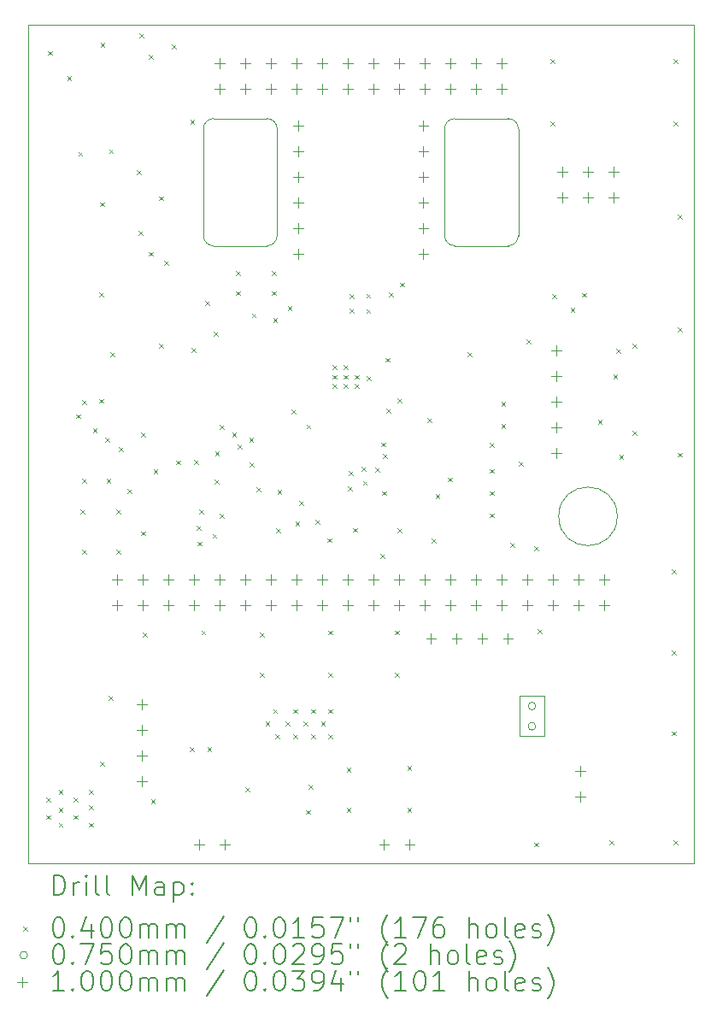
<source format=gbr>
%FSLAX45Y45*%
G04 Gerber Fmt 4.5, Leading zero omitted, Abs format (unit mm)*
G04 Created by KiCad (PCBNEW (6.0.0-0)) date 2022-06-01 09:02:57*
%MOMM*%
%LPD*%
G01*
G04 APERTURE LIST*
%TA.AperFunction,Profile*%
%ADD10C,0.050000*%
%TD*%
%TA.AperFunction,Profile*%
%ADD11C,0.100000*%
%TD*%
%ADD12C,0.200000*%
%ADD13C,0.040000*%
%ADD14C,0.075000*%
%ADD15C,0.100000*%
G04 APERTURE END LIST*
D10*
X10370100Y-8190000D02*
G75*
G03*
X10470100Y-8090000I0J100000D01*
G01*
D11*
X13120000Y-13049500D02*
X12870000Y-13049500D01*
X12870000Y-13049500D02*
X12870000Y-12649500D01*
X12870000Y-12649500D02*
X13120000Y-12649500D01*
X13120000Y-12649500D02*
X13120000Y-13049500D01*
D10*
X12229900Y-8190000D02*
X12759900Y-8190000D01*
X12229900Y-6930000D02*
G75*
G03*
X12129900Y-7030000I0J-100000D01*
G01*
X10370100Y-6930000D02*
X9840100Y-6930000D01*
X10470100Y-8090000D02*
X10470100Y-7030000D01*
X12859900Y-8090000D02*
X12859900Y-7030000D01*
X9740100Y-8090000D02*
G75*
G03*
X9840100Y-8190000I100000J0D01*
G01*
X8000000Y-14310000D02*
X8000000Y-6000000D01*
X10470100Y-7030000D02*
G75*
G03*
X10370100Y-6930000I-100000J0D01*
G01*
D11*
X13840000Y-10870000D02*
G75*
G03*
X13840000Y-10870000I-290000J0D01*
G01*
D10*
X12859900Y-7030000D02*
G75*
G03*
X12759900Y-6930000I-100000J0D01*
G01*
X12229900Y-6930000D02*
X12759900Y-6930000D01*
X12129900Y-8090000D02*
G75*
G03*
X12229900Y-8190000I100000J0D01*
G01*
X9840100Y-6930000D02*
G75*
G03*
X9740100Y-7030000I0J-100000D01*
G01*
X14600000Y-14310000D02*
X8000000Y-14310000D01*
X12129900Y-7030000D02*
X12129900Y-8090000D01*
X14600000Y-6000000D02*
X14600000Y-14310000D01*
X9740100Y-7030000D02*
X9740100Y-8090000D01*
X9840100Y-8190000D02*
X10370100Y-8190000D01*
X12759900Y-8190000D02*
G75*
G03*
X12859900Y-8090000I0J100000D01*
G01*
X8000000Y-6000000D02*
X14600000Y-6000000D01*
D12*
D13*
X8180000Y-13655000D02*
X8220000Y-13695000D01*
X8220000Y-13655000D02*
X8180000Y-13695000D01*
X8180000Y-13830000D02*
X8220000Y-13870000D01*
X8220000Y-13830000D02*
X8180000Y-13870000D01*
X8200000Y-6260000D02*
X8240000Y-6300000D01*
X8240000Y-6260000D02*
X8200000Y-6300000D01*
X8305000Y-13580000D02*
X8345000Y-13620000D01*
X8345000Y-13580000D02*
X8305000Y-13620000D01*
X8305000Y-13755000D02*
X8345000Y-13795000D01*
X8345000Y-13755000D02*
X8305000Y-13795000D01*
X8305000Y-13905000D02*
X8345000Y-13945000D01*
X8345000Y-13905000D02*
X8305000Y-13945000D01*
X8390400Y-6510200D02*
X8430400Y-6550200D01*
X8430400Y-6510200D02*
X8390400Y-6550200D01*
X8455000Y-13655000D02*
X8495000Y-13695000D01*
X8495000Y-13655000D02*
X8455000Y-13695000D01*
X8455000Y-13830000D02*
X8495000Y-13870000D01*
X8495000Y-13830000D02*
X8455000Y-13870000D01*
X8480000Y-9860000D02*
X8520000Y-9900000D01*
X8520000Y-9860000D02*
X8480000Y-9900000D01*
X8500000Y-7260000D02*
X8540000Y-7300000D01*
X8540000Y-7260000D02*
X8500000Y-7300000D01*
X8520000Y-10800000D02*
X8560000Y-10840000D01*
X8560000Y-10800000D02*
X8520000Y-10840000D01*
X8540000Y-9720000D02*
X8580000Y-9760000D01*
X8580000Y-9720000D02*
X8540000Y-9760000D01*
X8540000Y-10500000D02*
X8580000Y-10540000D01*
X8580000Y-10500000D02*
X8540000Y-10540000D01*
X8540000Y-11200000D02*
X8580000Y-11240000D01*
X8580000Y-11200000D02*
X8540000Y-11240000D01*
X8605000Y-13580000D02*
X8645000Y-13620000D01*
X8645000Y-13580000D02*
X8605000Y-13620000D01*
X8605000Y-13730000D02*
X8645000Y-13770000D01*
X8645000Y-13730000D02*
X8605000Y-13770000D01*
X8605000Y-13905000D02*
X8645000Y-13945000D01*
X8645000Y-13905000D02*
X8605000Y-13945000D01*
X8645000Y-10000000D02*
X8685000Y-10040000D01*
X8685000Y-10000000D02*
X8645000Y-10040000D01*
X8705000Y-8655000D02*
X8745000Y-8695000D01*
X8745000Y-8655000D02*
X8705000Y-8695000D01*
X8707500Y-9707000D02*
X8747500Y-9747000D01*
X8747500Y-9707000D02*
X8707500Y-9747000D01*
X8715000Y-7760000D02*
X8755000Y-7800000D01*
X8755000Y-7760000D02*
X8715000Y-7800000D01*
X8715400Y-13298300D02*
X8755400Y-13338300D01*
X8755400Y-13298300D02*
X8715400Y-13338300D01*
X8720000Y-6180000D02*
X8760000Y-6220000D01*
X8760000Y-6180000D02*
X8720000Y-6220000D01*
X8770000Y-10090000D02*
X8810000Y-10130000D01*
X8810000Y-10090000D02*
X8770000Y-10130000D01*
X8780000Y-10500000D02*
X8820000Y-10540000D01*
X8820000Y-10500000D02*
X8780000Y-10540000D01*
X8802500Y-12646700D02*
X8842500Y-12686700D01*
X8842500Y-12646700D02*
X8802500Y-12686700D01*
X8805000Y-7235000D02*
X8845000Y-7275000D01*
X8845000Y-7235000D02*
X8805000Y-7275000D01*
X8820000Y-9245000D02*
X8860000Y-9285000D01*
X8860000Y-9245000D02*
X8820000Y-9285000D01*
X8880000Y-10800000D02*
X8920000Y-10840000D01*
X8920000Y-10800000D02*
X8880000Y-10840000D01*
X8880000Y-11200000D02*
X8920000Y-11240000D01*
X8920000Y-11200000D02*
X8880000Y-11240000D01*
X8900000Y-10185000D02*
X8940000Y-10225000D01*
X8940000Y-10185000D02*
X8900000Y-10225000D01*
X8985000Y-10600000D02*
X9025000Y-10640000D01*
X9025000Y-10600000D02*
X8985000Y-10640000D01*
X9080000Y-7440000D02*
X9120000Y-7480000D01*
X9120000Y-7440000D02*
X9080000Y-7480000D01*
X9100000Y-8040000D02*
X9140000Y-8080000D01*
X9140000Y-8040000D02*
X9100000Y-8080000D01*
X9105000Y-6090000D02*
X9145000Y-6130000D01*
X9145000Y-6090000D02*
X9105000Y-6130000D01*
X9120000Y-10040000D02*
X9160000Y-10080000D01*
X9160000Y-10040000D02*
X9120000Y-10080000D01*
X9120000Y-11020000D02*
X9160000Y-11060000D01*
X9160000Y-11020000D02*
X9120000Y-11060000D01*
X9140000Y-12020000D02*
X9180000Y-12060000D01*
X9180000Y-12020000D02*
X9140000Y-12060000D01*
X9200000Y-6300000D02*
X9240000Y-6340000D01*
X9240000Y-6300000D02*
X9200000Y-6340000D01*
X9200000Y-8250000D02*
X9240000Y-8290000D01*
X9240000Y-8250000D02*
X9200000Y-8290000D01*
X9220500Y-13670500D02*
X9260500Y-13710500D01*
X9260500Y-13670500D02*
X9220500Y-13710500D01*
X9245000Y-10405000D02*
X9285000Y-10445000D01*
X9285000Y-10405000D02*
X9245000Y-10445000D01*
X9300000Y-7700000D02*
X9340000Y-7740000D01*
X9340000Y-7700000D02*
X9300000Y-7740000D01*
X9300000Y-9160000D02*
X9340000Y-9200000D01*
X9340000Y-9160000D02*
X9300000Y-9200000D01*
X9350000Y-8340000D02*
X9390000Y-8380000D01*
X9390000Y-8340000D02*
X9350000Y-8380000D01*
X9425000Y-6195000D02*
X9465000Y-6235000D01*
X9465000Y-6195000D02*
X9425000Y-6235000D01*
X9468000Y-10316200D02*
X9508000Y-10356200D01*
X9508000Y-10316200D02*
X9468000Y-10356200D01*
X9605000Y-13155000D02*
X9645000Y-13195000D01*
X9645000Y-13155000D02*
X9605000Y-13195000D01*
X9610000Y-6940000D02*
X9650000Y-6980000D01*
X9650000Y-6940000D02*
X9610000Y-6980000D01*
X9620000Y-9200000D02*
X9660000Y-9240000D01*
X9660000Y-9200000D02*
X9620000Y-9240000D01*
X9648500Y-10309200D02*
X9688500Y-10349200D01*
X9688500Y-10309200D02*
X9648500Y-10349200D01*
X9672600Y-10963400D02*
X9712600Y-11003400D01*
X9712600Y-10963400D02*
X9672600Y-11003400D01*
X9683400Y-11119900D02*
X9723400Y-11159900D01*
X9723400Y-11119900D02*
X9683400Y-11159900D01*
X9698600Y-10800300D02*
X9738600Y-10840300D01*
X9738600Y-10800300D02*
X9698600Y-10840300D01*
X9720000Y-12000000D02*
X9760000Y-12040000D01*
X9760000Y-12000000D02*
X9720000Y-12040000D01*
X9760000Y-8735000D02*
X9800000Y-8775000D01*
X9800000Y-8735000D02*
X9760000Y-8775000D01*
X9780000Y-13155000D02*
X9820000Y-13195000D01*
X9820000Y-13155000D02*
X9780000Y-13195000D01*
X9829600Y-11045200D02*
X9869600Y-11085200D01*
X9869600Y-11045200D02*
X9829600Y-11085200D01*
X9840000Y-9040000D02*
X9880000Y-9080000D01*
X9880000Y-9040000D02*
X9840000Y-9080000D01*
X9849000Y-10506500D02*
X9889000Y-10546500D01*
X9889000Y-10506500D02*
X9849000Y-10546500D01*
X9856000Y-10230200D02*
X9896000Y-10270200D01*
X9896000Y-10230200D02*
X9856000Y-10270200D01*
X9899400Y-10846300D02*
X9939400Y-10886300D01*
X9939400Y-10846300D02*
X9899400Y-10886300D01*
X9903800Y-9966100D02*
X9943800Y-10006100D01*
X9943800Y-9966100D02*
X9903800Y-10006100D01*
X10025200Y-10038200D02*
X10065200Y-10078200D01*
X10065200Y-10038200D02*
X10025200Y-10078200D01*
X10060000Y-8440000D02*
X10100000Y-8480000D01*
X10100000Y-8440000D02*
X10060000Y-8480000D01*
X10060000Y-8640000D02*
X10100000Y-8680000D01*
X10100000Y-8640000D02*
X10060000Y-8680000D01*
X10081300Y-10158800D02*
X10121300Y-10198800D01*
X10121300Y-10158800D02*
X10081300Y-10198800D01*
X10155000Y-13555000D02*
X10195000Y-13595000D01*
X10195000Y-13555000D02*
X10155000Y-13595000D01*
X10195000Y-10090000D02*
X10235000Y-10130000D01*
X10235000Y-10090000D02*
X10195000Y-10130000D01*
X10196100Y-10336200D02*
X10236100Y-10376200D01*
X10236100Y-10336200D02*
X10196100Y-10376200D01*
X10220000Y-8860000D02*
X10260000Y-8900000D01*
X10260000Y-8860000D02*
X10220000Y-8900000D01*
X10266000Y-10584500D02*
X10306000Y-10624500D01*
X10306000Y-10584500D02*
X10266000Y-10624500D01*
X10300000Y-12020000D02*
X10340000Y-12060000D01*
X10340000Y-12020000D02*
X10300000Y-12060000D01*
X10300000Y-12420000D02*
X10340000Y-12460000D01*
X10340000Y-12420000D02*
X10300000Y-12460000D01*
X10355000Y-12905000D02*
X10395000Y-12945000D01*
X10395000Y-12905000D02*
X10355000Y-12945000D01*
X10420000Y-8440000D02*
X10460000Y-8480000D01*
X10460000Y-8440000D02*
X10420000Y-8480000D01*
X10420000Y-8640000D02*
X10460000Y-8680000D01*
X10460000Y-8640000D02*
X10420000Y-8680000D01*
X10430000Y-8905000D02*
X10470000Y-8945000D01*
X10470000Y-8905000D02*
X10430000Y-8945000D01*
X10430000Y-12780000D02*
X10470000Y-12820000D01*
X10470000Y-12780000D02*
X10430000Y-12820000D01*
X10455000Y-13030000D02*
X10495000Y-13070000D01*
X10495000Y-13030000D02*
X10455000Y-13070000D01*
X10459600Y-10986500D02*
X10499600Y-11026500D01*
X10499600Y-10986500D02*
X10459600Y-11026500D01*
X10473200Y-10607450D02*
X10513200Y-10647450D01*
X10513200Y-10607450D02*
X10473200Y-10647450D01*
X10555000Y-12905000D02*
X10595000Y-12945000D01*
X10595000Y-12905000D02*
X10555000Y-12945000D01*
X10575000Y-8785000D02*
X10615000Y-8825000D01*
X10615000Y-8785000D02*
X10575000Y-8825000D01*
X10610900Y-9810400D02*
X10650900Y-9850400D01*
X10650900Y-9810400D02*
X10610900Y-9850400D01*
X10630000Y-12780000D02*
X10670000Y-12820000D01*
X10670000Y-12780000D02*
X10630000Y-12820000D01*
X10630000Y-13030000D02*
X10670000Y-13070000D01*
X10670000Y-13030000D02*
X10630000Y-13070000D01*
X10651400Y-10921100D02*
X10691400Y-10961100D01*
X10691400Y-10921100D02*
X10651400Y-10961100D01*
X10688800Y-10716200D02*
X10728800Y-10756200D01*
X10728800Y-10716200D02*
X10688800Y-10756200D01*
X10730000Y-12905000D02*
X10770000Y-12945000D01*
X10770000Y-12905000D02*
X10730000Y-12945000D01*
X10755000Y-13780000D02*
X10795000Y-13820000D01*
X10795000Y-13780000D02*
X10755000Y-13820000D01*
X10760000Y-9960000D02*
X10800000Y-10000000D01*
X10800000Y-9960000D02*
X10760000Y-10000000D01*
X10780000Y-13530000D02*
X10820000Y-13570000D01*
X10820000Y-13530000D02*
X10780000Y-13570000D01*
X10805000Y-12780000D02*
X10845000Y-12820000D01*
X10845000Y-12780000D02*
X10805000Y-12820000D01*
X10805000Y-13030000D02*
X10845000Y-13070000D01*
X10845000Y-13030000D02*
X10805000Y-13070000D01*
X10848000Y-10904100D02*
X10888000Y-10944100D01*
X10888000Y-10904100D02*
X10848000Y-10944100D01*
X10905000Y-12905000D02*
X10945000Y-12945000D01*
X10945000Y-12905000D02*
X10905000Y-12945000D01*
X10970500Y-11087700D02*
X11010500Y-11127700D01*
X11010500Y-11087700D02*
X10970500Y-11127700D01*
X10980000Y-12000000D02*
X11020000Y-12040000D01*
X11020000Y-12000000D02*
X10980000Y-12040000D01*
X10980000Y-12420000D02*
X11020000Y-12460000D01*
X11020000Y-12420000D02*
X10980000Y-12460000D01*
X10980000Y-12780000D02*
X11020000Y-12820000D01*
X11020000Y-12780000D02*
X10980000Y-12820000D01*
X10980000Y-13030000D02*
X11020000Y-13070000D01*
X11020000Y-13030000D02*
X10980000Y-13070000D01*
X11020000Y-9370000D02*
X11060000Y-9410000D01*
X11060000Y-9370000D02*
X11020000Y-9410000D01*
X11020000Y-9470000D02*
X11060000Y-9510000D01*
X11060000Y-9470000D02*
X11020000Y-9510000D01*
X11020000Y-9560000D02*
X11060000Y-9600000D01*
X11060000Y-9560000D02*
X11020000Y-9600000D01*
X11130000Y-9370000D02*
X11170000Y-9410000D01*
X11170000Y-9370000D02*
X11130000Y-9410000D01*
X11130000Y-9470000D02*
X11170000Y-9510000D01*
X11170000Y-9470000D02*
X11130000Y-9510000D01*
X11130000Y-9560000D02*
X11170000Y-9600000D01*
X11170000Y-9560000D02*
X11130000Y-9600000D01*
X11160000Y-13360000D02*
X11200000Y-13400000D01*
X11200000Y-13360000D02*
X11160000Y-13400000D01*
X11160000Y-13760000D02*
X11200000Y-13800000D01*
X11200000Y-13760000D02*
X11160000Y-13800000D01*
X11173470Y-10575070D02*
X11213470Y-10615070D01*
X11213470Y-10575070D02*
X11173470Y-10615070D01*
X11177800Y-10421800D02*
X11217800Y-10461800D01*
X11217800Y-10421800D02*
X11177800Y-10461800D01*
X11187500Y-8814700D02*
X11227500Y-8854700D01*
X11227500Y-8814700D02*
X11187500Y-8854700D01*
X11188800Y-8666800D02*
X11228800Y-8706800D01*
X11228800Y-8666800D02*
X11188800Y-8706800D01*
X11222000Y-10984300D02*
X11262000Y-11024300D01*
X11262000Y-10984300D02*
X11222000Y-11024300D01*
X11240000Y-9470000D02*
X11280000Y-9510000D01*
X11280000Y-9470000D02*
X11240000Y-9510000D01*
X11240000Y-9560000D02*
X11280000Y-9600000D01*
X11280000Y-9560000D02*
X11240000Y-9600000D01*
X11309400Y-10377300D02*
X11349400Y-10417300D01*
X11349400Y-10377300D02*
X11309400Y-10417300D01*
X11319800Y-10518800D02*
X11359800Y-10558800D01*
X11359800Y-10518800D02*
X11319800Y-10558800D01*
X11354100Y-8666100D02*
X11394100Y-8706100D01*
X11394100Y-8666100D02*
X11354100Y-8706100D01*
X11354800Y-8817900D02*
X11394800Y-8857900D01*
X11394800Y-8817900D02*
X11354800Y-8857900D01*
X11360000Y-9480000D02*
X11400000Y-9520000D01*
X11400000Y-9480000D02*
X11360000Y-9520000D01*
X11444400Y-10390500D02*
X11484400Y-10430500D01*
X11484400Y-10390500D02*
X11444400Y-10430500D01*
X11492800Y-11240200D02*
X11532800Y-11280200D01*
X11532800Y-11240200D02*
X11492800Y-11280200D01*
X11500100Y-10137300D02*
X11540100Y-10177300D01*
X11540100Y-10137300D02*
X11500100Y-10177300D01*
X11509400Y-10621700D02*
X11549400Y-10661700D01*
X11549400Y-10621700D02*
X11509400Y-10661700D01*
X11521100Y-10255600D02*
X11561100Y-10295600D01*
X11561100Y-10255600D02*
X11521100Y-10295600D01*
X11545800Y-9300000D02*
X11585800Y-9340000D01*
X11585800Y-9300000D02*
X11545800Y-9340000D01*
X11553700Y-9801800D02*
X11593700Y-9841800D01*
X11593700Y-9801800D02*
X11553700Y-9841800D01*
X11580000Y-8655000D02*
X11620000Y-8695000D01*
X11620000Y-8655000D02*
X11580000Y-8695000D01*
X11640000Y-12000000D02*
X11680000Y-12040000D01*
X11680000Y-12000000D02*
X11640000Y-12040000D01*
X11640000Y-12420000D02*
X11680000Y-12460000D01*
X11680000Y-12420000D02*
X11640000Y-12460000D01*
X11661000Y-9700500D02*
X11701000Y-9740500D01*
X11701000Y-9700500D02*
X11661000Y-9740500D01*
X11661500Y-10987500D02*
X11701500Y-11027500D01*
X11701500Y-10987500D02*
X11661500Y-11027500D01*
X11690000Y-8555000D02*
X11730000Y-8595000D01*
X11730000Y-8555000D02*
X11690000Y-8595000D01*
X11760000Y-13340000D02*
X11800000Y-13380000D01*
X11800000Y-13340000D02*
X11760000Y-13380000D01*
X11760000Y-13760000D02*
X11800000Y-13800000D01*
X11800000Y-13760000D02*
X11760000Y-13800000D01*
X11961300Y-9898000D02*
X12001300Y-9938000D01*
X12001300Y-9898000D02*
X11961300Y-9938000D01*
X11999400Y-11087800D02*
X12039400Y-11127800D01*
X12039400Y-11087800D02*
X11999400Y-11127800D01*
X12040000Y-10650000D02*
X12080000Y-10690000D01*
X12080000Y-10650000D02*
X12040000Y-10690000D01*
X12164800Y-10485600D02*
X12204800Y-10525600D01*
X12204800Y-10485600D02*
X12164800Y-10525600D01*
X12355000Y-9245000D02*
X12395000Y-9285000D01*
X12395000Y-9245000D02*
X12355000Y-9285000D01*
X12580000Y-10140000D02*
X12620000Y-10180000D01*
X12620000Y-10140000D02*
X12580000Y-10180000D01*
X12580000Y-10400000D02*
X12620000Y-10440000D01*
X12620000Y-10400000D02*
X12580000Y-10440000D01*
X12580000Y-10620000D02*
X12620000Y-10660000D01*
X12620000Y-10620000D02*
X12580000Y-10660000D01*
X12580000Y-10840000D02*
X12620000Y-10880000D01*
X12620000Y-10840000D02*
X12580000Y-10880000D01*
X12691300Y-9738400D02*
X12731300Y-9778400D01*
X12731300Y-9738400D02*
X12691300Y-9778400D01*
X12692700Y-9954300D02*
X12732700Y-9994300D01*
X12732700Y-9954300D02*
X12692700Y-9994300D01*
X12779300Y-11136000D02*
X12819300Y-11176000D01*
X12819300Y-11136000D02*
X12779300Y-11176000D01*
X12864400Y-10331200D02*
X12904400Y-10371200D01*
X12904400Y-10331200D02*
X12864400Y-10371200D01*
X12940000Y-9120000D02*
X12980000Y-9160000D01*
X12980000Y-9120000D02*
X12940000Y-9160000D01*
X13015300Y-11168700D02*
X13055300Y-11208700D01*
X13055300Y-11168700D02*
X13015300Y-11208700D01*
X13020000Y-14100000D02*
X13060000Y-14140000D01*
X13060000Y-14100000D02*
X13020000Y-14140000D01*
X13049400Y-11988900D02*
X13089400Y-12028900D01*
X13089400Y-11988900D02*
X13049400Y-12028900D01*
X13180000Y-6340000D02*
X13220000Y-6380000D01*
X13220000Y-6340000D02*
X13180000Y-6380000D01*
X13180000Y-6960000D02*
X13220000Y-7000000D01*
X13220000Y-6960000D02*
X13180000Y-7000000D01*
X13197700Y-8667100D02*
X13237700Y-8707100D01*
X13237700Y-8667100D02*
X13197700Y-8707100D01*
X13376400Y-8802200D02*
X13416400Y-8842200D01*
X13416400Y-8802200D02*
X13376400Y-8842200D01*
X13492100Y-8657300D02*
X13532100Y-8697300D01*
X13532100Y-8657300D02*
X13492100Y-8697300D01*
X13647900Y-9911300D02*
X13687900Y-9951300D01*
X13687900Y-9911300D02*
X13647900Y-9951300D01*
X13760000Y-14080000D02*
X13800000Y-14120000D01*
X13800000Y-14080000D02*
X13760000Y-14120000D01*
X13799600Y-9463000D02*
X13839600Y-9503000D01*
X13839600Y-9463000D02*
X13799600Y-9503000D01*
X13832700Y-9209000D02*
X13872700Y-9249000D01*
X13872700Y-9209000D02*
X13832700Y-9249000D01*
X13860000Y-10260000D02*
X13900000Y-10300000D01*
X13900000Y-10260000D02*
X13860000Y-10300000D01*
X13992200Y-10026600D02*
X14032200Y-10066600D01*
X14032200Y-10026600D02*
X13992200Y-10066600D01*
X13993900Y-9159200D02*
X14033900Y-9199200D01*
X14033900Y-9159200D02*
X13993900Y-9199200D01*
X14378300Y-11398300D02*
X14418300Y-11438300D01*
X14418300Y-11398300D02*
X14378300Y-11438300D01*
X14380000Y-12200000D02*
X14420000Y-12240000D01*
X14420000Y-12200000D02*
X14380000Y-12240000D01*
X14380000Y-13000000D02*
X14420000Y-13040000D01*
X14420000Y-13000000D02*
X14380000Y-13040000D01*
X14400000Y-6340000D02*
X14440000Y-6380000D01*
X14440000Y-6340000D02*
X14400000Y-6380000D01*
X14400000Y-6960000D02*
X14440000Y-7000000D01*
X14440000Y-6960000D02*
X14400000Y-7000000D01*
X14400000Y-14080000D02*
X14440000Y-14120000D01*
X14440000Y-14080000D02*
X14400000Y-14120000D01*
X14440000Y-7880000D02*
X14480000Y-7920000D01*
X14480000Y-7880000D02*
X14440000Y-7920000D01*
X14440000Y-9000000D02*
X14480000Y-9040000D01*
X14480000Y-9000000D02*
X14440000Y-9040000D01*
X14440000Y-10240000D02*
X14480000Y-10280000D01*
X14480000Y-10240000D02*
X14440000Y-10280000D01*
D14*
X13032500Y-12749500D02*
G75*
G03*
X13032500Y-12749500I-37500J0D01*
G01*
X13032500Y-12949500D02*
G75*
G03*
X13032500Y-12949500I-37500J0D01*
G01*
D15*
X8887000Y-11443400D02*
X8887000Y-11543400D01*
X8837000Y-11493400D02*
X8937000Y-11493400D01*
X8887000Y-11697400D02*
X8887000Y-11797400D01*
X8837000Y-11747400D02*
X8937000Y-11747400D01*
X9130000Y-12679300D02*
X9130000Y-12779300D01*
X9080000Y-12729300D02*
X9180000Y-12729300D01*
X9130000Y-12933300D02*
X9130000Y-13033300D01*
X9080000Y-12983300D02*
X9180000Y-12983300D01*
X9130000Y-13187300D02*
X9130000Y-13287300D01*
X9080000Y-13237300D02*
X9180000Y-13237300D01*
X9130000Y-13441300D02*
X9130000Y-13541300D01*
X9080000Y-13491300D02*
X9180000Y-13491300D01*
X9141000Y-11443400D02*
X9141000Y-11543400D01*
X9091000Y-11493400D02*
X9191000Y-11493400D01*
X9141000Y-11697400D02*
X9141000Y-11797400D01*
X9091000Y-11747400D02*
X9191000Y-11747400D01*
X9395000Y-11443400D02*
X9395000Y-11543400D01*
X9345000Y-11493400D02*
X9445000Y-11493400D01*
X9395000Y-11697400D02*
X9395000Y-11797400D01*
X9345000Y-11747400D02*
X9445000Y-11747400D01*
X9649000Y-11443400D02*
X9649000Y-11543400D01*
X9599000Y-11493400D02*
X9699000Y-11493400D01*
X9649000Y-11697400D02*
X9649000Y-11797400D01*
X9599000Y-11747400D02*
X9699000Y-11747400D01*
X9696000Y-14069500D02*
X9696000Y-14169500D01*
X9646000Y-14119500D02*
X9746000Y-14119500D01*
X9903000Y-6331000D02*
X9903000Y-6431000D01*
X9853000Y-6381000D02*
X9953000Y-6381000D01*
X9903000Y-6585000D02*
X9903000Y-6685000D01*
X9853000Y-6635000D02*
X9953000Y-6635000D01*
X9903000Y-11443400D02*
X9903000Y-11543400D01*
X9853000Y-11493400D02*
X9953000Y-11493400D01*
X9903000Y-11697400D02*
X9903000Y-11797400D01*
X9853000Y-11747400D02*
X9953000Y-11747400D01*
X9950000Y-14069500D02*
X9950000Y-14169500D01*
X9900000Y-14119500D02*
X10000000Y-14119500D01*
X10157000Y-6331000D02*
X10157000Y-6431000D01*
X10107000Y-6381000D02*
X10207000Y-6381000D01*
X10157000Y-6585000D02*
X10157000Y-6685000D01*
X10107000Y-6635000D02*
X10207000Y-6635000D01*
X10157000Y-11443400D02*
X10157000Y-11543400D01*
X10107000Y-11493400D02*
X10207000Y-11493400D01*
X10157000Y-11697400D02*
X10157000Y-11797400D01*
X10107000Y-11747400D02*
X10207000Y-11747400D01*
X10411000Y-6331000D02*
X10411000Y-6431000D01*
X10361000Y-6381000D02*
X10461000Y-6381000D01*
X10411000Y-6585000D02*
X10411000Y-6685000D01*
X10361000Y-6635000D02*
X10461000Y-6635000D01*
X10411000Y-11443400D02*
X10411000Y-11543400D01*
X10361000Y-11493400D02*
X10461000Y-11493400D01*
X10411000Y-11697400D02*
X10411000Y-11797400D01*
X10361000Y-11747400D02*
X10461000Y-11747400D01*
X10665000Y-6331000D02*
X10665000Y-6431000D01*
X10615000Y-6381000D02*
X10715000Y-6381000D01*
X10665000Y-6585000D02*
X10665000Y-6685000D01*
X10615000Y-6635000D02*
X10715000Y-6635000D01*
X10665000Y-11443400D02*
X10665000Y-11543400D01*
X10615000Y-11493400D02*
X10715000Y-11493400D01*
X10665000Y-11697400D02*
X10665000Y-11797400D01*
X10615000Y-11747400D02*
X10715000Y-11747400D01*
X10680100Y-6948300D02*
X10680100Y-7048300D01*
X10630100Y-6998300D02*
X10730100Y-6998300D01*
X10680100Y-7202300D02*
X10680100Y-7302300D01*
X10630100Y-7252300D02*
X10730100Y-7252300D01*
X10680100Y-7456300D02*
X10680100Y-7556300D01*
X10630100Y-7506300D02*
X10730100Y-7506300D01*
X10680100Y-7710300D02*
X10680100Y-7810300D01*
X10630100Y-7760300D02*
X10730100Y-7760300D01*
X10680100Y-7964300D02*
X10680100Y-8064300D01*
X10630100Y-8014300D02*
X10730100Y-8014300D01*
X10680100Y-8218300D02*
X10680100Y-8318300D01*
X10630100Y-8268300D02*
X10730100Y-8268300D01*
X10919000Y-6331000D02*
X10919000Y-6431000D01*
X10869000Y-6381000D02*
X10969000Y-6381000D01*
X10919000Y-6585000D02*
X10919000Y-6685000D01*
X10869000Y-6635000D02*
X10969000Y-6635000D01*
X10919000Y-11443400D02*
X10919000Y-11543400D01*
X10869000Y-11493400D02*
X10969000Y-11493400D01*
X10919000Y-11697400D02*
X10919000Y-11797400D01*
X10869000Y-11747400D02*
X10969000Y-11747400D01*
X11173000Y-6331000D02*
X11173000Y-6431000D01*
X11123000Y-6381000D02*
X11223000Y-6381000D01*
X11173000Y-6585000D02*
X11173000Y-6685000D01*
X11123000Y-6635000D02*
X11223000Y-6635000D01*
X11173000Y-11443400D02*
X11173000Y-11543400D01*
X11123000Y-11493400D02*
X11223000Y-11493400D01*
X11173000Y-11697400D02*
X11173000Y-11797400D01*
X11123000Y-11747400D02*
X11223000Y-11747400D01*
X11427000Y-6331000D02*
X11427000Y-6431000D01*
X11377000Y-6381000D02*
X11477000Y-6381000D01*
X11427000Y-6585000D02*
X11427000Y-6685000D01*
X11377000Y-6635000D02*
X11477000Y-6635000D01*
X11427000Y-11443400D02*
X11427000Y-11543400D01*
X11377000Y-11493400D02*
X11477000Y-11493400D01*
X11427000Y-11697400D02*
X11427000Y-11797400D01*
X11377000Y-11747400D02*
X11477000Y-11747400D01*
X11530000Y-14069500D02*
X11530000Y-14169500D01*
X11480000Y-14119500D02*
X11580000Y-14119500D01*
X11681000Y-6331000D02*
X11681000Y-6431000D01*
X11631000Y-6381000D02*
X11731000Y-6381000D01*
X11681000Y-6585000D02*
X11681000Y-6685000D01*
X11631000Y-6635000D02*
X11731000Y-6635000D01*
X11681000Y-11443400D02*
X11681000Y-11543400D01*
X11631000Y-11493400D02*
X11731000Y-11493400D01*
X11681000Y-11697400D02*
X11681000Y-11797400D01*
X11631000Y-11747400D02*
X11731000Y-11747400D01*
X11784000Y-14069500D02*
X11784000Y-14169500D01*
X11734000Y-14119500D02*
X11834000Y-14119500D01*
X11919900Y-6948300D02*
X11919900Y-7048300D01*
X11869900Y-6998300D02*
X11969900Y-6998300D01*
X11919900Y-7202300D02*
X11919900Y-7302300D01*
X11869900Y-7252300D02*
X11969900Y-7252300D01*
X11919900Y-7456300D02*
X11919900Y-7556300D01*
X11869900Y-7506300D02*
X11969900Y-7506300D01*
X11919900Y-7710300D02*
X11919900Y-7810300D01*
X11869900Y-7760300D02*
X11969900Y-7760300D01*
X11919900Y-7964300D02*
X11919900Y-8064300D01*
X11869900Y-8014300D02*
X11969900Y-8014300D01*
X11919900Y-8218300D02*
X11919900Y-8318300D01*
X11869900Y-8268300D02*
X11969900Y-8268300D01*
X11935000Y-6331000D02*
X11935000Y-6431000D01*
X11885000Y-6381000D02*
X11985000Y-6381000D01*
X11935000Y-6585000D02*
X11935000Y-6685000D01*
X11885000Y-6635000D02*
X11985000Y-6635000D01*
X11935000Y-11443400D02*
X11935000Y-11543400D01*
X11885000Y-11493400D02*
X11985000Y-11493400D01*
X11935000Y-11697400D02*
X11935000Y-11797400D01*
X11885000Y-11747400D02*
X11985000Y-11747400D01*
X11996000Y-12029500D02*
X11996000Y-12129500D01*
X11946000Y-12079500D02*
X12046000Y-12079500D01*
X12189000Y-6331000D02*
X12189000Y-6431000D01*
X12139000Y-6381000D02*
X12239000Y-6381000D01*
X12189000Y-6585000D02*
X12189000Y-6685000D01*
X12139000Y-6635000D02*
X12239000Y-6635000D01*
X12189000Y-11443400D02*
X12189000Y-11543400D01*
X12139000Y-11493400D02*
X12239000Y-11493400D01*
X12189000Y-11697400D02*
X12189000Y-11797400D01*
X12139000Y-11747400D02*
X12239000Y-11747400D01*
X12250000Y-12029500D02*
X12250000Y-12129500D01*
X12200000Y-12079500D02*
X12300000Y-12079500D01*
X12443000Y-6331000D02*
X12443000Y-6431000D01*
X12393000Y-6381000D02*
X12493000Y-6381000D01*
X12443000Y-6585000D02*
X12443000Y-6685000D01*
X12393000Y-6635000D02*
X12493000Y-6635000D01*
X12443000Y-11443400D02*
X12443000Y-11543400D01*
X12393000Y-11493400D02*
X12493000Y-11493400D01*
X12443000Y-11697400D02*
X12443000Y-11797400D01*
X12393000Y-11747400D02*
X12493000Y-11747400D01*
X12504000Y-12029500D02*
X12504000Y-12129500D01*
X12454000Y-12079500D02*
X12554000Y-12079500D01*
X12697000Y-6331000D02*
X12697000Y-6431000D01*
X12647000Y-6381000D02*
X12747000Y-6381000D01*
X12697000Y-6585000D02*
X12697000Y-6685000D01*
X12647000Y-6635000D02*
X12747000Y-6635000D01*
X12697000Y-11443400D02*
X12697000Y-11543400D01*
X12647000Y-11493400D02*
X12747000Y-11493400D01*
X12697000Y-11697400D02*
X12697000Y-11797400D01*
X12647000Y-11747400D02*
X12747000Y-11747400D01*
X12758000Y-12029500D02*
X12758000Y-12129500D01*
X12708000Y-12079500D02*
X12808000Y-12079500D01*
X12951000Y-11443400D02*
X12951000Y-11543400D01*
X12901000Y-11493400D02*
X13001000Y-11493400D01*
X12951000Y-11697400D02*
X12951000Y-11797400D01*
X12901000Y-11747400D02*
X13001000Y-11747400D01*
X13205000Y-11443400D02*
X13205000Y-11543400D01*
X13155000Y-11493400D02*
X13255000Y-11493400D01*
X13205000Y-11697400D02*
X13205000Y-11797400D01*
X13155000Y-11747400D02*
X13255000Y-11747400D01*
X13233300Y-9178400D02*
X13233300Y-9278400D01*
X13183300Y-9228400D02*
X13283300Y-9228400D01*
X13233300Y-9432400D02*
X13233300Y-9532400D01*
X13183300Y-9482400D02*
X13283300Y-9482400D01*
X13233300Y-9686400D02*
X13233300Y-9786400D01*
X13183300Y-9736400D02*
X13283300Y-9736400D01*
X13233300Y-9940400D02*
X13233300Y-10040400D01*
X13183300Y-9990400D02*
X13283300Y-9990400D01*
X13233300Y-10194400D02*
X13233300Y-10294400D01*
X13183300Y-10244400D02*
X13283300Y-10244400D01*
X13298500Y-7408300D02*
X13298500Y-7508300D01*
X13248500Y-7458300D02*
X13348500Y-7458300D01*
X13298500Y-7662300D02*
X13298500Y-7762300D01*
X13248500Y-7712300D02*
X13348500Y-7712300D01*
X13459000Y-11443400D02*
X13459000Y-11543400D01*
X13409000Y-11493400D02*
X13509000Y-11493400D01*
X13459000Y-11697400D02*
X13459000Y-11797400D01*
X13409000Y-11747400D02*
X13509000Y-11747400D01*
X13475000Y-13345500D02*
X13475000Y-13445500D01*
X13425000Y-13395500D02*
X13525000Y-13395500D01*
X13475000Y-13599500D02*
X13475000Y-13699500D01*
X13425000Y-13649500D02*
X13525000Y-13649500D01*
X13552500Y-7408300D02*
X13552500Y-7508300D01*
X13502500Y-7458300D02*
X13602500Y-7458300D01*
X13552500Y-7662300D02*
X13552500Y-7762300D01*
X13502500Y-7712300D02*
X13602500Y-7712300D01*
X13713000Y-11443400D02*
X13713000Y-11543400D01*
X13663000Y-11493400D02*
X13763000Y-11493400D01*
X13713000Y-11697400D02*
X13713000Y-11797400D01*
X13663000Y-11747400D02*
X13763000Y-11747400D01*
X13806500Y-7408300D02*
X13806500Y-7508300D01*
X13756500Y-7458300D02*
X13856500Y-7458300D01*
X13806500Y-7662300D02*
X13806500Y-7762300D01*
X13756500Y-7712300D02*
X13856500Y-7712300D01*
D12*
X8255119Y-14622976D02*
X8255119Y-14422976D01*
X8302738Y-14422976D01*
X8331309Y-14432500D01*
X8350357Y-14451548D01*
X8359881Y-14470595D01*
X8369405Y-14508690D01*
X8369405Y-14537262D01*
X8359881Y-14575357D01*
X8350357Y-14594405D01*
X8331309Y-14613452D01*
X8302738Y-14622976D01*
X8255119Y-14622976D01*
X8455119Y-14622976D02*
X8455119Y-14489643D01*
X8455119Y-14527738D02*
X8464643Y-14508690D01*
X8474167Y-14499167D01*
X8493214Y-14489643D01*
X8512262Y-14489643D01*
X8578929Y-14622976D02*
X8578929Y-14489643D01*
X8578929Y-14422976D02*
X8569405Y-14432500D01*
X8578929Y-14442024D01*
X8588452Y-14432500D01*
X8578929Y-14422976D01*
X8578929Y-14442024D01*
X8702738Y-14622976D02*
X8683690Y-14613452D01*
X8674167Y-14594405D01*
X8674167Y-14422976D01*
X8807500Y-14622976D02*
X8788452Y-14613452D01*
X8778929Y-14594405D01*
X8778929Y-14422976D01*
X9036071Y-14622976D02*
X9036071Y-14422976D01*
X9102738Y-14565833D01*
X9169405Y-14422976D01*
X9169405Y-14622976D01*
X9350357Y-14622976D02*
X9350357Y-14518214D01*
X9340833Y-14499167D01*
X9321786Y-14489643D01*
X9283690Y-14489643D01*
X9264643Y-14499167D01*
X9350357Y-14613452D02*
X9331310Y-14622976D01*
X9283690Y-14622976D01*
X9264643Y-14613452D01*
X9255119Y-14594405D01*
X9255119Y-14575357D01*
X9264643Y-14556309D01*
X9283690Y-14546786D01*
X9331310Y-14546786D01*
X9350357Y-14537262D01*
X9445595Y-14489643D02*
X9445595Y-14689643D01*
X9445595Y-14499167D02*
X9464643Y-14489643D01*
X9502738Y-14489643D01*
X9521786Y-14499167D01*
X9531310Y-14508690D01*
X9540833Y-14527738D01*
X9540833Y-14584881D01*
X9531310Y-14603928D01*
X9521786Y-14613452D01*
X9502738Y-14622976D01*
X9464643Y-14622976D01*
X9445595Y-14613452D01*
X9626548Y-14603928D02*
X9636071Y-14613452D01*
X9626548Y-14622976D01*
X9617024Y-14613452D01*
X9626548Y-14603928D01*
X9626548Y-14622976D01*
X9626548Y-14499167D02*
X9636071Y-14508690D01*
X9626548Y-14518214D01*
X9617024Y-14508690D01*
X9626548Y-14499167D01*
X9626548Y-14518214D01*
D13*
X7957500Y-14932500D02*
X7997500Y-14972500D01*
X7997500Y-14932500D02*
X7957500Y-14972500D01*
D12*
X8293214Y-14842976D02*
X8312262Y-14842976D01*
X8331309Y-14852500D01*
X8340833Y-14862024D01*
X8350357Y-14881071D01*
X8359881Y-14919167D01*
X8359881Y-14966786D01*
X8350357Y-15004881D01*
X8340833Y-15023928D01*
X8331309Y-15033452D01*
X8312262Y-15042976D01*
X8293214Y-15042976D01*
X8274167Y-15033452D01*
X8264643Y-15023928D01*
X8255119Y-15004881D01*
X8245595Y-14966786D01*
X8245595Y-14919167D01*
X8255119Y-14881071D01*
X8264643Y-14862024D01*
X8274167Y-14852500D01*
X8293214Y-14842976D01*
X8445595Y-15023928D02*
X8455119Y-15033452D01*
X8445595Y-15042976D01*
X8436071Y-15033452D01*
X8445595Y-15023928D01*
X8445595Y-15042976D01*
X8626548Y-14909643D02*
X8626548Y-15042976D01*
X8578929Y-14833452D02*
X8531310Y-14976309D01*
X8655119Y-14976309D01*
X8769405Y-14842976D02*
X8788452Y-14842976D01*
X8807500Y-14852500D01*
X8817024Y-14862024D01*
X8826548Y-14881071D01*
X8836071Y-14919167D01*
X8836071Y-14966786D01*
X8826548Y-15004881D01*
X8817024Y-15023928D01*
X8807500Y-15033452D01*
X8788452Y-15042976D01*
X8769405Y-15042976D01*
X8750357Y-15033452D01*
X8740833Y-15023928D01*
X8731310Y-15004881D01*
X8721786Y-14966786D01*
X8721786Y-14919167D01*
X8731310Y-14881071D01*
X8740833Y-14862024D01*
X8750357Y-14852500D01*
X8769405Y-14842976D01*
X8959881Y-14842976D02*
X8978929Y-14842976D01*
X8997976Y-14852500D01*
X9007500Y-14862024D01*
X9017024Y-14881071D01*
X9026548Y-14919167D01*
X9026548Y-14966786D01*
X9017024Y-15004881D01*
X9007500Y-15023928D01*
X8997976Y-15033452D01*
X8978929Y-15042976D01*
X8959881Y-15042976D01*
X8940833Y-15033452D01*
X8931310Y-15023928D01*
X8921786Y-15004881D01*
X8912262Y-14966786D01*
X8912262Y-14919167D01*
X8921786Y-14881071D01*
X8931310Y-14862024D01*
X8940833Y-14852500D01*
X8959881Y-14842976D01*
X9112262Y-15042976D02*
X9112262Y-14909643D01*
X9112262Y-14928690D02*
X9121786Y-14919167D01*
X9140833Y-14909643D01*
X9169405Y-14909643D01*
X9188452Y-14919167D01*
X9197976Y-14938214D01*
X9197976Y-15042976D01*
X9197976Y-14938214D02*
X9207500Y-14919167D01*
X9226548Y-14909643D01*
X9255119Y-14909643D01*
X9274167Y-14919167D01*
X9283690Y-14938214D01*
X9283690Y-15042976D01*
X9378929Y-15042976D02*
X9378929Y-14909643D01*
X9378929Y-14928690D02*
X9388452Y-14919167D01*
X9407500Y-14909643D01*
X9436071Y-14909643D01*
X9455119Y-14919167D01*
X9464643Y-14938214D01*
X9464643Y-15042976D01*
X9464643Y-14938214D02*
X9474167Y-14919167D01*
X9493214Y-14909643D01*
X9521786Y-14909643D01*
X9540833Y-14919167D01*
X9550357Y-14938214D01*
X9550357Y-15042976D01*
X9940833Y-14833452D02*
X9769405Y-15090595D01*
X10197976Y-14842976D02*
X10217024Y-14842976D01*
X10236071Y-14852500D01*
X10245595Y-14862024D01*
X10255119Y-14881071D01*
X10264643Y-14919167D01*
X10264643Y-14966786D01*
X10255119Y-15004881D01*
X10245595Y-15023928D01*
X10236071Y-15033452D01*
X10217024Y-15042976D01*
X10197976Y-15042976D01*
X10178929Y-15033452D01*
X10169405Y-15023928D01*
X10159881Y-15004881D01*
X10150357Y-14966786D01*
X10150357Y-14919167D01*
X10159881Y-14881071D01*
X10169405Y-14862024D01*
X10178929Y-14852500D01*
X10197976Y-14842976D01*
X10350357Y-15023928D02*
X10359881Y-15033452D01*
X10350357Y-15042976D01*
X10340833Y-15033452D01*
X10350357Y-15023928D01*
X10350357Y-15042976D01*
X10483690Y-14842976D02*
X10502738Y-14842976D01*
X10521786Y-14852500D01*
X10531310Y-14862024D01*
X10540833Y-14881071D01*
X10550357Y-14919167D01*
X10550357Y-14966786D01*
X10540833Y-15004881D01*
X10531310Y-15023928D01*
X10521786Y-15033452D01*
X10502738Y-15042976D01*
X10483690Y-15042976D01*
X10464643Y-15033452D01*
X10455119Y-15023928D01*
X10445595Y-15004881D01*
X10436071Y-14966786D01*
X10436071Y-14919167D01*
X10445595Y-14881071D01*
X10455119Y-14862024D01*
X10464643Y-14852500D01*
X10483690Y-14842976D01*
X10740833Y-15042976D02*
X10626548Y-15042976D01*
X10683690Y-15042976D02*
X10683690Y-14842976D01*
X10664643Y-14871548D01*
X10645595Y-14890595D01*
X10626548Y-14900119D01*
X10921786Y-14842976D02*
X10826548Y-14842976D01*
X10817024Y-14938214D01*
X10826548Y-14928690D01*
X10845595Y-14919167D01*
X10893214Y-14919167D01*
X10912262Y-14928690D01*
X10921786Y-14938214D01*
X10931310Y-14957262D01*
X10931310Y-15004881D01*
X10921786Y-15023928D01*
X10912262Y-15033452D01*
X10893214Y-15042976D01*
X10845595Y-15042976D01*
X10826548Y-15033452D01*
X10817024Y-15023928D01*
X10997976Y-14842976D02*
X11131310Y-14842976D01*
X11045595Y-15042976D01*
X11197976Y-14842976D02*
X11197976Y-14881071D01*
X11274167Y-14842976D02*
X11274167Y-14881071D01*
X11569405Y-15119167D02*
X11559881Y-15109643D01*
X11540833Y-15081071D01*
X11531309Y-15062024D01*
X11521786Y-15033452D01*
X11512262Y-14985833D01*
X11512262Y-14947738D01*
X11521786Y-14900119D01*
X11531309Y-14871548D01*
X11540833Y-14852500D01*
X11559881Y-14823928D01*
X11569405Y-14814405D01*
X11750357Y-15042976D02*
X11636071Y-15042976D01*
X11693214Y-15042976D02*
X11693214Y-14842976D01*
X11674167Y-14871548D01*
X11655119Y-14890595D01*
X11636071Y-14900119D01*
X11817024Y-14842976D02*
X11950357Y-14842976D01*
X11864643Y-15042976D01*
X12112262Y-14842976D02*
X12074167Y-14842976D01*
X12055119Y-14852500D01*
X12045595Y-14862024D01*
X12026548Y-14890595D01*
X12017024Y-14928690D01*
X12017024Y-15004881D01*
X12026548Y-15023928D01*
X12036071Y-15033452D01*
X12055119Y-15042976D01*
X12093214Y-15042976D01*
X12112262Y-15033452D01*
X12121786Y-15023928D01*
X12131309Y-15004881D01*
X12131309Y-14957262D01*
X12121786Y-14938214D01*
X12112262Y-14928690D01*
X12093214Y-14919167D01*
X12055119Y-14919167D01*
X12036071Y-14928690D01*
X12026548Y-14938214D01*
X12017024Y-14957262D01*
X12369405Y-15042976D02*
X12369405Y-14842976D01*
X12455119Y-15042976D02*
X12455119Y-14938214D01*
X12445595Y-14919167D01*
X12426548Y-14909643D01*
X12397976Y-14909643D01*
X12378928Y-14919167D01*
X12369405Y-14928690D01*
X12578928Y-15042976D02*
X12559881Y-15033452D01*
X12550357Y-15023928D01*
X12540833Y-15004881D01*
X12540833Y-14947738D01*
X12550357Y-14928690D01*
X12559881Y-14919167D01*
X12578928Y-14909643D01*
X12607500Y-14909643D01*
X12626548Y-14919167D01*
X12636071Y-14928690D01*
X12645595Y-14947738D01*
X12645595Y-15004881D01*
X12636071Y-15023928D01*
X12626548Y-15033452D01*
X12607500Y-15042976D01*
X12578928Y-15042976D01*
X12759881Y-15042976D02*
X12740833Y-15033452D01*
X12731309Y-15014405D01*
X12731309Y-14842976D01*
X12912262Y-15033452D02*
X12893214Y-15042976D01*
X12855119Y-15042976D01*
X12836071Y-15033452D01*
X12826548Y-15014405D01*
X12826548Y-14938214D01*
X12836071Y-14919167D01*
X12855119Y-14909643D01*
X12893214Y-14909643D01*
X12912262Y-14919167D01*
X12921786Y-14938214D01*
X12921786Y-14957262D01*
X12826548Y-14976309D01*
X12997976Y-15033452D02*
X13017024Y-15042976D01*
X13055119Y-15042976D01*
X13074167Y-15033452D01*
X13083690Y-15014405D01*
X13083690Y-15004881D01*
X13074167Y-14985833D01*
X13055119Y-14976309D01*
X13026548Y-14976309D01*
X13007500Y-14966786D01*
X12997976Y-14947738D01*
X12997976Y-14938214D01*
X13007500Y-14919167D01*
X13026548Y-14909643D01*
X13055119Y-14909643D01*
X13074167Y-14919167D01*
X13150357Y-15119167D02*
X13159881Y-15109643D01*
X13178928Y-15081071D01*
X13188452Y-15062024D01*
X13197976Y-15033452D01*
X13207500Y-14985833D01*
X13207500Y-14947738D01*
X13197976Y-14900119D01*
X13188452Y-14871548D01*
X13178928Y-14852500D01*
X13159881Y-14823928D01*
X13150357Y-14814405D01*
D14*
X7997500Y-15216500D02*
G75*
G03*
X7997500Y-15216500I-37500J0D01*
G01*
D12*
X8293214Y-15106976D02*
X8312262Y-15106976D01*
X8331309Y-15116500D01*
X8340833Y-15126024D01*
X8350357Y-15145071D01*
X8359881Y-15183167D01*
X8359881Y-15230786D01*
X8350357Y-15268881D01*
X8340833Y-15287928D01*
X8331309Y-15297452D01*
X8312262Y-15306976D01*
X8293214Y-15306976D01*
X8274167Y-15297452D01*
X8264643Y-15287928D01*
X8255119Y-15268881D01*
X8245595Y-15230786D01*
X8245595Y-15183167D01*
X8255119Y-15145071D01*
X8264643Y-15126024D01*
X8274167Y-15116500D01*
X8293214Y-15106976D01*
X8445595Y-15287928D02*
X8455119Y-15297452D01*
X8445595Y-15306976D01*
X8436071Y-15297452D01*
X8445595Y-15287928D01*
X8445595Y-15306976D01*
X8521786Y-15106976D02*
X8655119Y-15106976D01*
X8569405Y-15306976D01*
X8826548Y-15106976D02*
X8731310Y-15106976D01*
X8721786Y-15202214D01*
X8731310Y-15192690D01*
X8750357Y-15183167D01*
X8797976Y-15183167D01*
X8817024Y-15192690D01*
X8826548Y-15202214D01*
X8836071Y-15221262D01*
X8836071Y-15268881D01*
X8826548Y-15287928D01*
X8817024Y-15297452D01*
X8797976Y-15306976D01*
X8750357Y-15306976D01*
X8731310Y-15297452D01*
X8721786Y-15287928D01*
X8959881Y-15106976D02*
X8978929Y-15106976D01*
X8997976Y-15116500D01*
X9007500Y-15126024D01*
X9017024Y-15145071D01*
X9026548Y-15183167D01*
X9026548Y-15230786D01*
X9017024Y-15268881D01*
X9007500Y-15287928D01*
X8997976Y-15297452D01*
X8978929Y-15306976D01*
X8959881Y-15306976D01*
X8940833Y-15297452D01*
X8931310Y-15287928D01*
X8921786Y-15268881D01*
X8912262Y-15230786D01*
X8912262Y-15183167D01*
X8921786Y-15145071D01*
X8931310Y-15126024D01*
X8940833Y-15116500D01*
X8959881Y-15106976D01*
X9112262Y-15306976D02*
X9112262Y-15173643D01*
X9112262Y-15192690D02*
X9121786Y-15183167D01*
X9140833Y-15173643D01*
X9169405Y-15173643D01*
X9188452Y-15183167D01*
X9197976Y-15202214D01*
X9197976Y-15306976D01*
X9197976Y-15202214D02*
X9207500Y-15183167D01*
X9226548Y-15173643D01*
X9255119Y-15173643D01*
X9274167Y-15183167D01*
X9283690Y-15202214D01*
X9283690Y-15306976D01*
X9378929Y-15306976D02*
X9378929Y-15173643D01*
X9378929Y-15192690D02*
X9388452Y-15183167D01*
X9407500Y-15173643D01*
X9436071Y-15173643D01*
X9455119Y-15183167D01*
X9464643Y-15202214D01*
X9464643Y-15306976D01*
X9464643Y-15202214D02*
X9474167Y-15183167D01*
X9493214Y-15173643D01*
X9521786Y-15173643D01*
X9540833Y-15183167D01*
X9550357Y-15202214D01*
X9550357Y-15306976D01*
X9940833Y-15097452D02*
X9769405Y-15354595D01*
X10197976Y-15106976D02*
X10217024Y-15106976D01*
X10236071Y-15116500D01*
X10245595Y-15126024D01*
X10255119Y-15145071D01*
X10264643Y-15183167D01*
X10264643Y-15230786D01*
X10255119Y-15268881D01*
X10245595Y-15287928D01*
X10236071Y-15297452D01*
X10217024Y-15306976D01*
X10197976Y-15306976D01*
X10178929Y-15297452D01*
X10169405Y-15287928D01*
X10159881Y-15268881D01*
X10150357Y-15230786D01*
X10150357Y-15183167D01*
X10159881Y-15145071D01*
X10169405Y-15126024D01*
X10178929Y-15116500D01*
X10197976Y-15106976D01*
X10350357Y-15287928D02*
X10359881Y-15297452D01*
X10350357Y-15306976D01*
X10340833Y-15297452D01*
X10350357Y-15287928D01*
X10350357Y-15306976D01*
X10483690Y-15106976D02*
X10502738Y-15106976D01*
X10521786Y-15116500D01*
X10531310Y-15126024D01*
X10540833Y-15145071D01*
X10550357Y-15183167D01*
X10550357Y-15230786D01*
X10540833Y-15268881D01*
X10531310Y-15287928D01*
X10521786Y-15297452D01*
X10502738Y-15306976D01*
X10483690Y-15306976D01*
X10464643Y-15297452D01*
X10455119Y-15287928D01*
X10445595Y-15268881D01*
X10436071Y-15230786D01*
X10436071Y-15183167D01*
X10445595Y-15145071D01*
X10455119Y-15126024D01*
X10464643Y-15116500D01*
X10483690Y-15106976D01*
X10626548Y-15126024D02*
X10636071Y-15116500D01*
X10655119Y-15106976D01*
X10702738Y-15106976D01*
X10721786Y-15116500D01*
X10731310Y-15126024D01*
X10740833Y-15145071D01*
X10740833Y-15164119D01*
X10731310Y-15192690D01*
X10617024Y-15306976D01*
X10740833Y-15306976D01*
X10836071Y-15306976D02*
X10874167Y-15306976D01*
X10893214Y-15297452D01*
X10902738Y-15287928D01*
X10921786Y-15259357D01*
X10931310Y-15221262D01*
X10931310Y-15145071D01*
X10921786Y-15126024D01*
X10912262Y-15116500D01*
X10893214Y-15106976D01*
X10855119Y-15106976D01*
X10836071Y-15116500D01*
X10826548Y-15126024D01*
X10817024Y-15145071D01*
X10817024Y-15192690D01*
X10826548Y-15211738D01*
X10836071Y-15221262D01*
X10855119Y-15230786D01*
X10893214Y-15230786D01*
X10912262Y-15221262D01*
X10921786Y-15211738D01*
X10931310Y-15192690D01*
X11112262Y-15106976D02*
X11017024Y-15106976D01*
X11007500Y-15202214D01*
X11017024Y-15192690D01*
X11036071Y-15183167D01*
X11083690Y-15183167D01*
X11102738Y-15192690D01*
X11112262Y-15202214D01*
X11121786Y-15221262D01*
X11121786Y-15268881D01*
X11112262Y-15287928D01*
X11102738Y-15297452D01*
X11083690Y-15306976D01*
X11036071Y-15306976D01*
X11017024Y-15297452D01*
X11007500Y-15287928D01*
X11197976Y-15106976D02*
X11197976Y-15145071D01*
X11274167Y-15106976D02*
X11274167Y-15145071D01*
X11569405Y-15383167D02*
X11559881Y-15373643D01*
X11540833Y-15345071D01*
X11531309Y-15326024D01*
X11521786Y-15297452D01*
X11512262Y-15249833D01*
X11512262Y-15211738D01*
X11521786Y-15164119D01*
X11531309Y-15135548D01*
X11540833Y-15116500D01*
X11559881Y-15087928D01*
X11569405Y-15078405D01*
X11636071Y-15126024D02*
X11645595Y-15116500D01*
X11664643Y-15106976D01*
X11712262Y-15106976D01*
X11731309Y-15116500D01*
X11740833Y-15126024D01*
X11750357Y-15145071D01*
X11750357Y-15164119D01*
X11740833Y-15192690D01*
X11626548Y-15306976D01*
X11750357Y-15306976D01*
X11988452Y-15306976D02*
X11988452Y-15106976D01*
X12074167Y-15306976D02*
X12074167Y-15202214D01*
X12064643Y-15183167D01*
X12045595Y-15173643D01*
X12017024Y-15173643D01*
X11997976Y-15183167D01*
X11988452Y-15192690D01*
X12197976Y-15306976D02*
X12178928Y-15297452D01*
X12169405Y-15287928D01*
X12159881Y-15268881D01*
X12159881Y-15211738D01*
X12169405Y-15192690D01*
X12178928Y-15183167D01*
X12197976Y-15173643D01*
X12226548Y-15173643D01*
X12245595Y-15183167D01*
X12255119Y-15192690D01*
X12264643Y-15211738D01*
X12264643Y-15268881D01*
X12255119Y-15287928D01*
X12245595Y-15297452D01*
X12226548Y-15306976D01*
X12197976Y-15306976D01*
X12378928Y-15306976D02*
X12359881Y-15297452D01*
X12350357Y-15278405D01*
X12350357Y-15106976D01*
X12531309Y-15297452D02*
X12512262Y-15306976D01*
X12474167Y-15306976D01*
X12455119Y-15297452D01*
X12445595Y-15278405D01*
X12445595Y-15202214D01*
X12455119Y-15183167D01*
X12474167Y-15173643D01*
X12512262Y-15173643D01*
X12531309Y-15183167D01*
X12540833Y-15202214D01*
X12540833Y-15221262D01*
X12445595Y-15240309D01*
X12617024Y-15297452D02*
X12636071Y-15306976D01*
X12674167Y-15306976D01*
X12693214Y-15297452D01*
X12702738Y-15278405D01*
X12702738Y-15268881D01*
X12693214Y-15249833D01*
X12674167Y-15240309D01*
X12645595Y-15240309D01*
X12626548Y-15230786D01*
X12617024Y-15211738D01*
X12617024Y-15202214D01*
X12626548Y-15183167D01*
X12645595Y-15173643D01*
X12674167Y-15173643D01*
X12693214Y-15183167D01*
X12769405Y-15383167D02*
X12778928Y-15373643D01*
X12797976Y-15345071D01*
X12807500Y-15326024D01*
X12817024Y-15297452D01*
X12826548Y-15249833D01*
X12826548Y-15211738D01*
X12817024Y-15164119D01*
X12807500Y-15135548D01*
X12797976Y-15116500D01*
X12778928Y-15087928D01*
X12769405Y-15078405D01*
D15*
X7947500Y-15430500D02*
X7947500Y-15530500D01*
X7897500Y-15480500D02*
X7997500Y-15480500D01*
D12*
X8359881Y-15570976D02*
X8245595Y-15570976D01*
X8302738Y-15570976D02*
X8302738Y-15370976D01*
X8283690Y-15399548D01*
X8264643Y-15418595D01*
X8245595Y-15428119D01*
X8445595Y-15551928D02*
X8455119Y-15561452D01*
X8445595Y-15570976D01*
X8436071Y-15561452D01*
X8445595Y-15551928D01*
X8445595Y-15570976D01*
X8578929Y-15370976D02*
X8597976Y-15370976D01*
X8617024Y-15380500D01*
X8626548Y-15390024D01*
X8636071Y-15409071D01*
X8645595Y-15447167D01*
X8645595Y-15494786D01*
X8636071Y-15532881D01*
X8626548Y-15551928D01*
X8617024Y-15561452D01*
X8597976Y-15570976D01*
X8578929Y-15570976D01*
X8559881Y-15561452D01*
X8550357Y-15551928D01*
X8540833Y-15532881D01*
X8531310Y-15494786D01*
X8531310Y-15447167D01*
X8540833Y-15409071D01*
X8550357Y-15390024D01*
X8559881Y-15380500D01*
X8578929Y-15370976D01*
X8769405Y-15370976D02*
X8788452Y-15370976D01*
X8807500Y-15380500D01*
X8817024Y-15390024D01*
X8826548Y-15409071D01*
X8836071Y-15447167D01*
X8836071Y-15494786D01*
X8826548Y-15532881D01*
X8817024Y-15551928D01*
X8807500Y-15561452D01*
X8788452Y-15570976D01*
X8769405Y-15570976D01*
X8750357Y-15561452D01*
X8740833Y-15551928D01*
X8731310Y-15532881D01*
X8721786Y-15494786D01*
X8721786Y-15447167D01*
X8731310Y-15409071D01*
X8740833Y-15390024D01*
X8750357Y-15380500D01*
X8769405Y-15370976D01*
X8959881Y-15370976D02*
X8978929Y-15370976D01*
X8997976Y-15380500D01*
X9007500Y-15390024D01*
X9017024Y-15409071D01*
X9026548Y-15447167D01*
X9026548Y-15494786D01*
X9017024Y-15532881D01*
X9007500Y-15551928D01*
X8997976Y-15561452D01*
X8978929Y-15570976D01*
X8959881Y-15570976D01*
X8940833Y-15561452D01*
X8931310Y-15551928D01*
X8921786Y-15532881D01*
X8912262Y-15494786D01*
X8912262Y-15447167D01*
X8921786Y-15409071D01*
X8931310Y-15390024D01*
X8940833Y-15380500D01*
X8959881Y-15370976D01*
X9112262Y-15570976D02*
X9112262Y-15437643D01*
X9112262Y-15456690D02*
X9121786Y-15447167D01*
X9140833Y-15437643D01*
X9169405Y-15437643D01*
X9188452Y-15447167D01*
X9197976Y-15466214D01*
X9197976Y-15570976D01*
X9197976Y-15466214D02*
X9207500Y-15447167D01*
X9226548Y-15437643D01*
X9255119Y-15437643D01*
X9274167Y-15447167D01*
X9283690Y-15466214D01*
X9283690Y-15570976D01*
X9378929Y-15570976D02*
X9378929Y-15437643D01*
X9378929Y-15456690D02*
X9388452Y-15447167D01*
X9407500Y-15437643D01*
X9436071Y-15437643D01*
X9455119Y-15447167D01*
X9464643Y-15466214D01*
X9464643Y-15570976D01*
X9464643Y-15466214D02*
X9474167Y-15447167D01*
X9493214Y-15437643D01*
X9521786Y-15437643D01*
X9540833Y-15447167D01*
X9550357Y-15466214D01*
X9550357Y-15570976D01*
X9940833Y-15361452D02*
X9769405Y-15618595D01*
X10197976Y-15370976D02*
X10217024Y-15370976D01*
X10236071Y-15380500D01*
X10245595Y-15390024D01*
X10255119Y-15409071D01*
X10264643Y-15447167D01*
X10264643Y-15494786D01*
X10255119Y-15532881D01*
X10245595Y-15551928D01*
X10236071Y-15561452D01*
X10217024Y-15570976D01*
X10197976Y-15570976D01*
X10178929Y-15561452D01*
X10169405Y-15551928D01*
X10159881Y-15532881D01*
X10150357Y-15494786D01*
X10150357Y-15447167D01*
X10159881Y-15409071D01*
X10169405Y-15390024D01*
X10178929Y-15380500D01*
X10197976Y-15370976D01*
X10350357Y-15551928D02*
X10359881Y-15561452D01*
X10350357Y-15570976D01*
X10340833Y-15561452D01*
X10350357Y-15551928D01*
X10350357Y-15570976D01*
X10483690Y-15370976D02*
X10502738Y-15370976D01*
X10521786Y-15380500D01*
X10531310Y-15390024D01*
X10540833Y-15409071D01*
X10550357Y-15447167D01*
X10550357Y-15494786D01*
X10540833Y-15532881D01*
X10531310Y-15551928D01*
X10521786Y-15561452D01*
X10502738Y-15570976D01*
X10483690Y-15570976D01*
X10464643Y-15561452D01*
X10455119Y-15551928D01*
X10445595Y-15532881D01*
X10436071Y-15494786D01*
X10436071Y-15447167D01*
X10445595Y-15409071D01*
X10455119Y-15390024D01*
X10464643Y-15380500D01*
X10483690Y-15370976D01*
X10617024Y-15370976D02*
X10740833Y-15370976D01*
X10674167Y-15447167D01*
X10702738Y-15447167D01*
X10721786Y-15456690D01*
X10731310Y-15466214D01*
X10740833Y-15485262D01*
X10740833Y-15532881D01*
X10731310Y-15551928D01*
X10721786Y-15561452D01*
X10702738Y-15570976D01*
X10645595Y-15570976D01*
X10626548Y-15561452D01*
X10617024Y-15551928D01*
X10836071Y-15570976D02*
X10874167Y-15570976D01*
X10893214Y-15561452D01*
X10902738Y-15551928D01*
X10921786Y-15523357D01*
X10931310Y-15485262D01*
X10931310Y-15409071D01*
X10921786Y-15390024D01*
X10912262Y-15380500D01*
X10893214Y-15370976D01*
X10855119Y-15370976D01*
X10836071Y-15380500D01*
X10826548Y-15390024D01*
X10817024Y-15409071D01*
X10817024Y-15456690D01*
X10826548Y-15475738D01*
X10836071Y-15485262D01*
X10855119Y-15494786D01*
X10893214Y-15494786D01*
X10912262Y-15485262D01*
X10921786Y-15475738D01*
X10931310Y-15456690D01*
X11102738Y-15437643D02*
X11102738Y-15570976D01*
X11055119Y-15361452D02*
X11007500Y-15504309D01*
X11131310Y-15504309D01*
X11197976Y-15370976D02*
X11197976Y-15409071D01*
X11274167Y-15370976D02*
X11274167Y-15409071D01*
X11569405Y-15647167D02*
X11559881Y-15637643D01*
X11540833Y-15609071D01*
X11531309Y-15590024D01*
X11521786Y-15561452D01*
X11512262Y-15513833D01*
X11512262Y-15475738D01*
X11521786Y-15428119D01*
X11531309Y-15399548D01*
X11540833Y-15380500D01*
X11559881Y-15351928D01*
X11569405Y-15342405D01*
X11750357Y-15570976D02*
X11636071Y-15570976D01*
X11693214Y-15570976D02*
X11693214Y-15370976D01*
X11674167Y-15399548D01*
X11655119Y-15418595D01*
X11636071Y-15428119D01*
X11874167Y-15370976D02*
X11893214Y-15370976D01*
X11912262Y-15380500D01*
X11921786Y-15390024D01*
X11931309Y-15409071D01*
X11940833Y-15447167D01*
X11940833Y-15494786D01*
X11931309Y-15532881D01*
X11921786Y-15551928D01*
X11912262Y-15561452D01*
X11893214Y-15570976D01*
X11874167Y-15570976D01*
X11855119Y-15561452D01*
X11845595Y-15551928D01*
X11836071Y-15532881D01*
X11826548Y-15494786D01*
X11826548Y-15447167D01*
X11836071Y-15409071D01*
X11845595Y-15390024D01*
X11855119Y-15380500D01*
X11874167Y-15370976D01*
X12131309Y-15570976D02*
X12017024Y-15570976D01*
X12074167Y-15570976D02*
X12074167Y-15370976D01*
X12055119Y-15399548D01*
X12036071Y-15418595D01*
X12017024Y-15428119D01*
X12369405Y-15570976D02*
X12369405Y-15370976D01*
X12455119Y-15570976D02*
X12455119Y-15466214D01*
X12445595Y-15447167D01*
X12426548Y-15437643D01*
X12397976Y-15437643D01*
X12378928Y-15447167D01*
X12369405Y-15456690D01*
X12578928Y-15570976D02*
X12559881Y-15561452D01*
X12550357Y-15551928D01*
X12540833Y-15532881D01*
X12540833Y-15475738D01*
X12550357Y-15456690D01*
X12559881Y-15447167D01*
X12578928Y-15437643D01*
X12607500Y-15437643D01*
X12626548Y-15447167D01*
X12636071Y-15456690D01*
X12645595Y-15475738D01*
X12645595Y-15532881D01*
X12636071Y-15551928D01*
X12626548Y-15561452D01*
X12607500Y-15570976D01*
X12578928Y-15570976D01*
X12759881Y-15570976D02*
X12740833Y-15561452D01*
X12731309Y-15542405D01*
X12731309Y-15370976D01*
X12912262Y-15561452D02*
X12893214Y-15570976D01*
X12855119Y-15570976D01*
X12836071Y-15561452D01*
X12826548Y-15542405D01*
X12826548Y-15466214D01*
X12836071Y-15447167D01*
X12855119Y-15437643D01*
X12893214Y-15437643D01*
X12912262Y-15447167D01*
X12921786Y-15466214D01*
X12921786Y-15485262D01*
X12826548Y-15504309D01*
X12997976Y-15561452D02*
X13017024Y-15570976D01*
X13055119Y-15570976D01*
X13074167Y-15561452D01*
X13083690Y-15542405D01*
X13083690Y-15532881D01*
X13074167Y-15513833D01*
X13055119Y-15504309D01*
X13026548Y-15504309D01*
X13007500Y-15494786D01*
X12997976Y-15475738D01*
X12997976Y-15466214D01*
X13007500Y-15447167D01*
X13026548Y-15437643D01*
X13055119Y-15437643D01*
X13074167Y-15447167D01*
X13150357Y-15647167D02*
X13159881Y-15637643D01*
X13178928Y-15609071D01*
X13188452Y-15590024D01*
X13197976Y-15561452D01*
X13207500Y-15513833D01*
X13207500Y-15475738D01*
X13197976Y-15428119D01*
X13188452Y-15399548D01*
X13178928Y-15380500D01*
X13159881Y-15351928D01*
X13150357Y-15342405D01*
M02*

</source>
